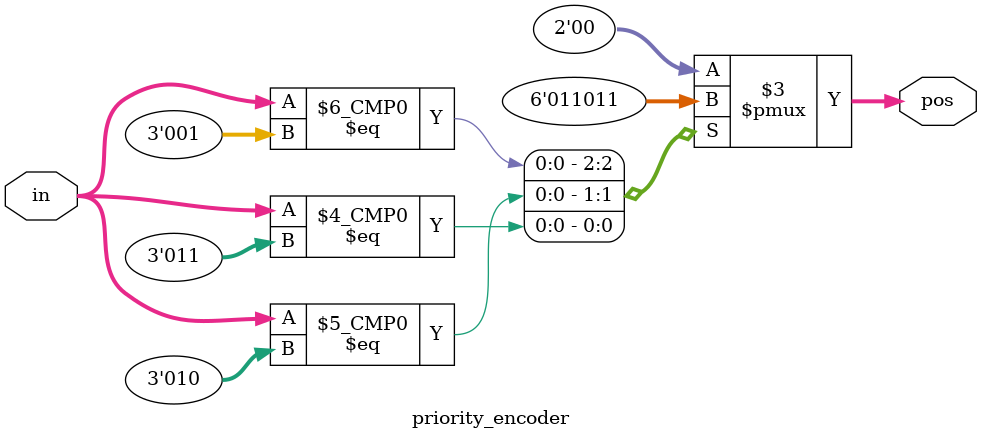
<source format=v>
module priority_encoder( 
input [2:0] in,
output reg [1:0] pos ); 
// When sel=1, assign b to out
always @(in)
begin
	case(in)
	3'b000: pos=2'b00;
	3'b001: pos=2'b01;
	3'b010: pos=2'b10;
	3'b011: pos=2'b11;
	default: pos=2'b00;
	endcase
end
endmodule

</source>
